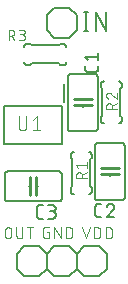
<source format=gbr>
G04 EAGLE Gerber RS-274X export*
G75*
%MOMM*%
%FSLAX34Y34*%
%LPD*%
%INSilkscreen Top*%
%IPPOS*%
%AMOC8*
5,1,8,0,0,1.08239X$1,22.5*%
G01*
%ADD10C,0.152400*%
%ADD11C,0.076200*%
%ADD12C,0.101600*%
%ADD13C,0.254000*%
%ADD14C,0.127000*%
%ADD15C,0.200000*%


D10*
X83848Y243078D02*
X83848Y226822D01*
X82042Y226822D02*
X85654Y226822D01*
X85654Y243078D02*
X82042Y243078D01*
X92359Y243078D02*
X92359Y226822D01*
X101390Y226822D02*
X92359Y243078D01*
X101390Y243078D02*
X101390Y226822D01*
D11*
X15621Y57968D02*
X15621Y53792D01*
X15621Y57968D02*
X15623Y58069D01*
X15629Y58170D01*
X15639Y58271D01*
X15652Y58371D01*
X15670Y58471D01*
X15691Y58570D01*
X15717Y58668D01*
X15746Y58765D01*
X15778Y58861D01*
X15815Y58955D01*
X15855Y59048D01*
X15899Y59140D01*
X15946Y59229D01*
X15997Y59317D01*
X16051Y59403D01*
X16108Y59486D01*
X16168Y59568D01*
X16232Y59646D01*
X16298Y59723D01*
X16368Y59796D01*
X16440Y59867D01*
X16515Y59935D01*
X16593Y60000D01*
X16673Y60062D01*
X16755Y60121D01*
X16840Y60177D01*
X16927Y60229D01*
X17015Y60278D01*
X17106Y60324D01*
X17198Y60365D01*
X17292Y60404D01*
X17387Y60438D01*
X17483Y60469D01*
X17581Y60496D01*
X17679Y60520D01*
X17779Y60539D01*
X17879Y60555D01*
X17979Y60567D01*
X18080Y60575D01*
X18181Y60579D01*
X18283Y60579D01*
X18384Y60575D01*
X18485Y60567D01*
X18585Y60555D01*
X18685Y60539D01*
X18785Y60520D01*
X18883Y60496D01*
X18981Y60469D01*
X19077Y60438D01*
X19172Y60404D01*
X19266Y60365D01*
X19358Y60324D01*
X19449Y60278D01*
X19538Y60229D01*
X19624Y60177D01*
X19709Y60121D01*
X19791Y60062D01*
X19871Y60000D01*
X19949Y59935D01*
X20024Y59867D01*
X20096Y59796D01*
X20166Y59723D01*
X20232Y59646D01*
X20296Y59568D01*
X20356Y59486D01*
X20413Y59403D01*
X20467Y59317D01*
X20518Y59229D01*
X20565Y59140D01*
X20609Y59048D01*
X20649Y58955D01*
X20686Y58861D01*
X20718Y58765D01*
X20747Y58668D01*
X20773Y58570D01*
X20794Y58471D01*
X20812Y58371D01*
X20825Y58271D01*
X20835Y58170D01*
X20841Y58069D01*
X20843Y57968D01*
X20842Y57968D02*
X20842Y53792D01*
X20843Y53792D02*
X20841Y53691D01*
X20835Y53590D01*
X20825Y53489D01*
X20812Y53389D01*
X20794Y53289D01*
X20773Y53190D01*
X20747Y53092D01*
X20718Y52995D01*
X20686Y52899D01*
X20649Y52805D01*
X20609Y52712D01*
X20565Y52620D01*
X20518Y52531D01*
X20467Y52443D01*
X20413Y52357D01*
X20356Y52274D01*
X20296Y52192D01*
X20232Y52114D01*
X20166Y52037D01*
X20096Y51964D01*
X20024Y51893D01*
X19949Y51825D01*
X19871Y51760D01*
X19791Y51698D01*
X19709Y51639D01*
X19624Y51583D01*
X19537Y51531D01*
X19449Y51482D01*
X19358Y51436D01*
X19266Y51395D01*
X19172Y51356D01*
X19077Y51322D01*
X18981Y51291D01*
X18883Y51264D01*
X18785Y51240D01*
X18685Y51221D01*
X18585Y51205D01*
X18485Y51193D01*
X18384Y51185D01*
X18283Y51181D01*
X18181Y51181D01*
X18080Y51185D01*
X17979Y51193D01*
X17879Y51205D01*
X17779Y51221D01*
X17679Y51240D01*
X17581Y51264D01*
X17483Y51291D01*
X17387Y51322D01*
X17292Y51356D01*
X17198Y51395D01*
X17106Y51436D01*
X17015Y51482D01*
X16926Y51531D01*
X16840Y51583D01*
X16755Y51639D01*
X16673Y51698D01*
X16593Y51760D01*
X16515Y51825D01*
X16440Y51893D01*
X16368Y51964D01*
X16298Y52037D01*
X16232Y52114D01*
X16168Y52192D01*
X16108Y52274D01*
X16051Y52357D01*
X15997Y52443D01*
X15946Y52531D01*
X15899Y52620D01*
X15855Y52712D01*
X15815Y52805D01*
X15778Y52899D01*
X15746Y52995D01*
X15717Y53092D01*
X15691Y53190D01*
X15670Y53289D01*
X15652Y53389D01*
X15639Y53489D01*
X15629Y53590D01*
X15623Y53691D01*
X15621Y53792D01*
X25070Y53792D02*
X25070Y60579D01*
X25069Y53792D02*
X25071Y53691D01*
X25077Y53590D01*
X25087Y53489D01*
X25100Y53389D01*
X25118Y53289D01*
X25139Y53190D01*
X25165Y53092D01*
X25194Y52995D01*
X25226Y52899D01*
X25263Y52805D01*
X25303Y52712D01*
X25347Y52620D01*
X25394Y52531D01*
X25445Y52443D01*
X25499Y52357D01*
X25556Y52274D01*
X25616Y52192D01*
X25680Y52114D01*
X25746Y52037D01*
X25816Y51964D01*
X25888Y51893D01*
X25963Y51825D01*
X26041Y51760D01*
X26121Y51698D01*
X26203Y51639D01*
X26288Y51583D01*
X26374Y51531D01*
X26463Y51482D01*
X26554Y51436D01*
X26646Y51395D01*
X26740Y51356D01*
X26835Y51322D01*
X26931Y51291D01*
X27029Y51264D01*
X27127Y51240D01*
X27227Y51221D01*
X27327Y51205D01*
X27427Y51193D01*
X27528Y51185D01*
X27629Y51181D01*
X27731Y51181D01*
X27832Y51185D01*
X27933Y51193D01*
X28033Y51205D01*
X28133Y51221D01*
X28233Y51240D01*
X28331Y51264D01*
X28429Y51291D01*
X28525Y51322D01*
X28620Y51356D01*
X28714Y51395D01*
X28806Y51436D01*
X28897Y51482D01*
X28985Y51531D01*
X29072Y51583D01*
X29157Y51639D01*
X29239Y51698D01*
X29319Y51760D01*
X29397Y51825D01*
X29472Y51893D01*
X29544Y51964D01*
X29614Y52037D01*
X29680Y52114D01*
X29744Y52192D01*
X29804Y52274D01*
X29861Y52357D01*
X29915Y52443D01*
X29966Y52531D01*
X30013Y52620D01*
X30057Y52712D01*
X30097Y52805D01*
X30134Y52899D01*
X30166Y52995D01*
X30195Y53092D01*
X30221Y53190D01*
X30242Y53289D01*
X30260Y53389D01*
X30273Y53489D01*
X30283Y53590D01*
X30289Y53691D01*
X30291Y53792D01*
X30291Y60579D01*
X36520Y60579D02*
X36520Y51181D01*
X33909Y60579D02*
X39130Y60579D01*
X51280Y56402D02*
X52846Y56402D01*
X52846Y51181D01*
X49713Y51181D01*
X49624Y51183D01*
X49536Y51189D01*
X49448Y51198D01*
X49360Y51211D01*
X49273Y51228D01*
X49187Y51248D01*
X49102Y51273D01*
X49017Y51300D01*
X48934Y51332D01*
X48853Y51366D01*
X48773Y51405D01*
X48695Y51446D01*
X48618Y51491D01*
X48544Y51539D01*
X48471Y51590D01*
X48401Y51644D01*
X48334Y51702D01*
X48268Y51762D01*
X48206Y51824D01*
X48146Y51890D01*
X48088Y51957D01*
X48034Y52027D01*
X47983Y52100D01*
X47935Y52174D01*
X47890Y52251D01*
X47849Y52329D01*
X47810Y52409D01*
X47776Y52490D01*
X47744Y52573D01*
X47717Y52658D01*
X47692Y52743D01*
X47672Y52829D01*
X47655Y52916D01*
X47642Y53004D01*
X47633Y53092D01*
X47627Y53180D01*
X47625Y53269D01*
X47625Y58491D01*
X47627Y58582D01*
X47633Y58673D01*
X47643Y58764D01*
X47657Y58854D01*
X47674Y58943D01*
X47696Y59031D01*
X47722Y59119D01*
X47751Y59205D01*
X47784Y59290D01*
X47821Y59373D01*
X47861Y59455D01*
X47905Y59535D01*
X47952Y59613D01*
X48003Y59689D01*
X48056Y59762D01*
X48113Y59833D01*
X48174Y59902D01*
X48237Y59967D01*
X48302Y60030D01*
X48371Y60090D01*
X48442Y60148D01*
X48515Y60201D01*
X48591Y60252D01*
X48669Y60299D01*
X48749Y60343D01*
X48831Y60383D01*
X48914Y60420D01*
X48999Y60453D01*
X49085Y60482D01*
X49173Y60508D01*
X49261Y60530D01*
X49350Y60547D01*
X49440Y60561D01*
X49531Y60571D01*
X49622Y60577D01*
X49713Y60579D01*
X52846Y60579D01*
X57379Y60579D02*
X57379Y51181D01*
X62600Y51181D02*
X57379Y60579D01*
X62600Y60579D02*
X62600Y51181D01*
X67132Y51181D02*
X67132Y60579D01*
X69743Y60579D01*
X69843Y60577D01*
X69943Y60571D01*
X70042Y60562D01*
X70142Y60548D01*
X70240Y60531D01*
X70338Y60510D01*
X70435Y60486D01*
X70531Y60457D01*
X70626Y60425D01*
X70719Y60390D01*
X70811Y60351D01*
X70902Y60308D01*
X70990Y60262D01*
X71077Y60212D01*
X71162Y60160D01*
X71245Y60104D01*
X71326Y60045D01*
X71404Y59982D01*
X71480Y59917D01*
X71554Y59849D01*
X71624Y59779D01*
X71692Y59705D01*
X71757Y59629D01*
X71820Y59551D01*
X71879Y59470D01*
X71935Y59387D01*
X71987Y59302D01*
X72037Y59215D01*
X72083Y59127D01*
X72126Y59036D01*
X72165Y58944D01*
X72200Y58851D01*
X72232Y58756D01*
X72261Y58660D01*
X72285Y58563D01*
X72306Y58465D01*
X72323Y58367D01*
X72337Y58267D01*
X72346Y58168D01*
X72352Y58068D01*
X72354Y57968D01*
X72353Y57968D02*
X72353Y53792D01*
X72354Y53792D02*
X72352Y53692D01*
X72346Y53592D01*
X72337Y53493D01*
X72323Y53393D01*
X72306Y53295D01*
X72285Y53197D01*
X72261Y53100D01*
X72232Y53004D01*
X72200Y52909D01*
X72165Y52816D01*
X72126Y52724D01*
X72083Y52633D01*
X72037Y52545D01*
X71987Y52458D01*
X71935Y52373D01*
X71879Y52290D01*
X71820Y52209D01*
X71757Y52131D01*
X71692Y52055D01*
X71624Y51981D01*
X71554Y51911D01*
X71480Y51843D01*
X71404Y51778D01*
X71326Y51715D01*
X71245Y51656D01*
X71162Y51600D01*
X71077Y51548D01*
X70990Y51498D01*
X70902Y51452D01*
X70811Y51409D01*
X70719Y51370D01*
X70626Y51335D01*
X70531Y51303D01*
X70435Y51274D01*
X70338Y51250D01*
X70240Y51229D01*
X70142Y51212D01*
X70042Y51198D01*
X69943Y51189D01*
X69843Y51183D01*
X69743Y51181D01*
X67132Y51181D01*
X80936Y60579D02*
X84068Y51181D01*
X87201Y60579D01*
X90906Y60579D02*
X90906Y51181D01*
X90906Y60579D02*
X93517Y60579D01*
X93617Y60577D01*
X93717Y60571D01*
X93816Y60562D01*
X93916Y60548D01*
X94014Y60531D01*
X94112Y60510D01*
X94209Y60486D01*
X94305Y60457D01*
X94400Y60425D01*
X94493Y60390D01*
X94585Y60351D01*
X94676Y60308D01*
X94764Y60262D01*
X94851Y60212D01*
X94936Y60160D01*
X95019Y60104D01*
X95100Y60045D01*
X95178Y59982D01*
X95254Y59917D01*
X95328Y59849D01*
X95398Y59779D01*
X95466Y59705D01*
X95531Y59629D01*
X95594Y59551D01*
X95653Y59470D01*
X95709Y59387D01*
X95761Y59302D01*
X95811Y59215D01*
X95857Y59127D01*
X95900Y59036D01*
X95939Y58944D01*
X95974Y58851D01*
X96006Y58756D01*
X96035Y58660D01*
X96059Y58563D01*
X96080Y58465D01*
X96097Y58367D01*
X96111Y58267D01*
X96120Y58168D01*
X96126Y58068D01*
X96128Y57968D01*
X96127Y57968D02*
X96127Y53792D01*
X96128Y53792D02*
X96126Y53692D01*
X96120Y53592D01*
X96111Y53493D01*
X96097Y53393D01*
X96080Y53295D01*
X96059Y53197D01*
X96035Y53100D01*
X96006Y53004D01*
X95974Y52909D01*
X95939Y52816D01*
X95900Y52724D01*
X95857Y52633D01*
X95811Y52545D01*
X95761Y52458D01*
X95709Y52373D01*
X95653Y52290D01*
X95594Y52209D01*
X95531Y52131D01*
X95466Y52055D01*
X95398Y51981D01*
X95328Y51911D01*
X95254Y51843D01*
X95178Y51778D01*
X95100Y51715D01*
X95019Y51656D01*
X94936Y51600D01*
X94851Y51548D01*
X94764Y51498D01*
X94676Y51452D01*
X94585Y51409D01*
X94493Y51370D01*
X94400Y51335D01*
X94305Y51303D01*
X94209Y51274D01*
X94112Y51250D01*
X94014Y51229D01*
X93916Y51212D01*
X93816Y51198D01*
X93717Y51189D01*
X93617Y51183D01*
X93517Y51181D01*
X90906Y51181D01*
X100660Y51181D02*
X100660Y60579D01*
X103271Y60579D01*
X103371Y60577D01*
X103471Y60571D01*
X103570Y60562D01*
X103670Y60548D01*
X103768Y60531D01*
X103866Y60510D01*
X103963Y60486D01*
X104059Y60457D01*
X104154Y60425D01*
X104247Y60390D01*
X104339Y60351D01*
X104430Y60308D01*
X104518Y60262D01*
X104605Y60212D01*
X104690Y60160D01*
X104773Y60104D01*
X104854Y60045D01*
X104932Y59982D01*
X105008Y59917D01*
X105082Y59849D01*
X105152Y59779D01*
X105220Y59705D01*
X105285Y59629D01*
X105348Y59551D01*
X105407Y59470D01*
X105463Y59387D01*
X105515Y59302D01*
X105565Y59215D01*
X105611Y59127D01*
X105654Y59036D01*
X105693Y58944D01*
X105728Y58851D01*
X105760Y58756D01*
X105789Y58660D01*
X105813Y58563D01*
X105834Y58465D01*
X105851Y58367D01*
X105865Y58267D01*
X105874Y58168D01*
X105880Y58068D01*
X105882Y57968D01*
X105881Y57968D02*
X105881Y53792D01*
X105882Y53792D02*
X105880Y53692D01*
X105874Y53592D01*
X105865Y53493D01*
X105851Y53393D01*
X105834Y53295D01*
X105813Y53197D01*
X105789Y53100D01*
X105760Y53004D01*
X105728Y52909D01*
X105693Y52816D01*
X105654Y52724D01*
X105611Y52633D01*
X105565Y52545D01*
X105515Y52458D01*
X105463Y52373D01*
X105407Y52290D01*
X105348Y52209D01*
X105285Y52131D01*
X105220Y52055D01*
X105152Y51981D01*
X105082Y51911D01*
X105008Y51843D01*
X104932Y51778D01*
X104854Y51715D01*
X104773Y51656D01*
X104690Y51600D01*
X104605Y51548D01*
X104518Y51498D01*
X104430Y51452D01*
X104339Y51409D01*
X104247Y51370D01*
X104154Y51335D01*
X104059Y51303D01*
X103963Y51274D01*
X103866Y51250D01*
X103768Y51229D01*
X103670Y51212D01*
X103570Y51198D01*
X103471Y51189D01*
X103371Y51183D01*
X103271Y51181D01*
X100660Y51181D01*
D10*
X73660Y88900D02*
X73560Y88902D01*
X73461Y88908D01*
X73361Y88918D01*
X73263Y88931D01*
X73164Y88949D01*
X73067Y88970D01*
X72971Y88995D01*
X72875Y89024D01*
X72781Y89057D01*
X72688Y89093D01*
X72597Y89133D01*
X72507Y89177D01*
X72419Y89224D01*
X72333Y89274D01*
X72249Y89328D01*
X72167Y89385D01*
X72088Y89445D01*
X72010Y89509D01*
X71936Y89575D01*
X71864Y89644D01*
X71795Y89716D01*
X71729Y89790D01*
X71665Y89868D01*
X71605Y89947D01*
X71548Y90029D01*
X71494Y90113D01*
X71444Y90199D01*
X71397Y90287D01*
X71353Y90377D01*
X71313Y90468D01*
X71277Y90561D01*
X71244Y90655D01*
X71215Y90751D01*
X71190Y90847D01*
X71169Y90944D01*
X71151Y91043D01*
X71138Y91141D01*
X71128Y91241D01*
X71122Y91340D01*
X71120Y91440D01*
X86360Y88900D02*
X86460Y88902D01*
X86559Y88908D01*
X86659Y88918D01*
X86757Y88931D01*
X86856Y88949D01*
X86953Y88970D01*
X87049Y88995D01*
X87145Y89024D01*
X87239Y89057D01*
X87332Y89093D01*
X87423Y89133D01*
X87513Y89177D01*
X87601Y89224D01*
X87687Y89274D01*
X87771Y89328D01*
X87853Y89385D01*
X87932Y89445D01*
X88010Y89509D01*
X88084Y89575D01*
X88156Y89644D01*
X88225Y89716D01*
X88291Y89790D01*
X88355Y89868D01*
X88415Y89947D01*
X88472Y90029D01*
X88526Y90113D01*
X88576Y90199D01*
X88623Y90287D01*
X88667Y90377D01*
X88707Y90468D01*
X88743Y90561D01*
X88776Y90655D01*
X88805Y90751D01*
X88830Y90847D01*
X88851Y90944D01*
X88869Y91043D01*
X88882Y91141D01*
X88892Y91241D01*
X88898Y91340D01*
X88900Y91440D01*
X88900Y121920D02*
X88898Y122020D01*
X88892Y122119D01*
X88882Y122219D01*
X88869Y122317D01*
X88851Y122416D01*
X88830Y122513D01*
X88805Y122609D01*
X88776Y122705D01*
X88743Y122799D01*
X88707Y122892D01*
X88667Y122983D01*
X88623Y123073D01*
X88576Y123161D01*
X88526Y123247D01*
X88472Y123331D01*
X88415Y123413D01*
X88355Y123492D01*
X88291Y123570D01*
X88225Y123644D01*
X88156Y123716D01*
X88084Y123785D01*
X88010Y123851D01*
X87932Y123915D01*
X87853Y123975D01*
X87771Y124032D01*
X87687Y124086D01*
X87601Y124136D01*
X87513Y124183D01*
X87423Y124227D01*
X87332Y124267D01*
X87239Y124303D01*
X87145Y124336D01*
X87049Y124365D01*
X86953Y124390D01*
X86856Y124411D01*
X86757Y124429D01*
X86659Y124442D01*
X86559Y124452D01*
X86460Y124458D01*
X86360Y124460D01*
X73660Y124460D02*
X73560Y124458D01*
X73461Y124452D01*
X73361Y124442D01*
X73263Y124429D01*
X73164Y124411D01*
X73067Y124390D01*
X72971Y124365D01*
X72875Y124336D01*
X72781Y124303D01*
X72688Y124267D01*
X72597Y124227D01*
X72507Y124183D01*
X72419Y124136D01*
X72333Y124086D01*
X72249Y124032D01*
X72167Y123975D01*
X72088Y123915D01*
X72010Y123851D01*
X71936Y123785D01*
X71864Y123716D01*
X71795Y123644D01*
X71729Y123570D01*
X71665Y123492D01*
X71605Y123413D01*
X71548Y123331D01*
X71494Y123247D01*
X71444Y123161D01*
X71397Y123073D01*
X71353Y122983D01*
X71313Y122892D01*
X71277Y122799D01*
X71244Y122705D01*
X71215Y122609D01*
X71190Y122513D01*
X71169Y122416D01*
X71151Y122317D01*
X71138Y122219D01*
X71128Y122119D01*
X71122Y122020D01*
X71120Y121920D01*
X71120Y93980D02*
X71120Y91440D01*
X71120Y93980D02*
X72390Y95250D01*
X88900Y93980D02*
X88900Y91440D01*
X88900Y93980D02*
X87630Y95250D01*
X72390Y118110D02*
X71120Y119380D01*
X72390Y118110D02*
X72390Y95250D01*
X87630Y118110D02*
X88900Y119380D01*
X87630Y118110D02*
X87630Y95250D01*
X71120Y119380D02*
X71120Y121920D01*
X88900Y121920D02*
X88900Y119380D01*
D12*
X84582Y102289D02*
X75692Y102289D01*
X75692Y104759D01*
X75694Y104857D01*
X75700Y104955D01*
X75710Y105053D01*
X75723Y105150D01*
X75741Y105247D01*
X75762Y105343D01*
X75787Y105437D01*
X75816Y105531D01*
X75848Y105624D01*
X75885Y105715D01*
X75924Y105805D01*
X75968Y105893D01*
X76015Y105979D01*
X76065Y106064D01*
X76118Y106146D01*
X76175Y106226D01*
X76235Y106304D01*
X76298Y106379D01*
X76364Y106452D01*
X76433Y106522D01*
X76504Y106589D01*
X76578Y106654D01*
X76655Y106715D01*
X76734Y106774D01*
X76815Y106829D01*
X76898Y106881D01*
X76984Y106929D01*
X77071Y106974D01*
X77160Y107016D01*
X77250Y107054D01*
X77342Y107088D01*
X77435Y107119D01*
X77530Y107146D01*
X77625Y107169D01*
X77722Y107189D01*
X77818Y107204D01*
X77916Y107216D01*
X78014Y107224D01*
X78112Y107228D01*
X78210Y107228D01*
X78308Y107224D01*
X78406Y107216D01*
X78504Y107204D01*
X78600Y107189D01*
X78697Y107169D01*
X78792Y107146D01*
X78887Y107119D01*
X78980Y107088D01*
X79072Y107054D01*
X79162Y107016D01*
X79251Y106974D01*
X79338Y106929D01*
X79424Y106881D01*
X79507Y106829D01*
X79588Y106774D01*
X79667Y106715D01*
X79744Y106654D01*
X79818Y106589D01*
X79889Y106522D01*
X79958Y106452D01*
X80024Y106379D01*
X80087Y106304D01*
X80147Y106226D01*
X80204Y106146D01*
X80257Y106064D01*
X80307Y105979D01*
X80354Y105893D01*
X80398Y105805D01*
X80437Y105715D01*
X80474Y105624D01*
X80506Y105531D01*
X80535Y105437D01*
X80560Y105343D01*
X80581Y105247D01*
X80599Y105150D01*
X80612Y105053D01*
X80622Y104955D01*
X80628Y104857D01*
X80630Y104759D01*
X80631Y104759D02*
X80631Y102289D01*
X80631Y105253D02*
X84582Y107228D01*
X77668Y111139D02*
X75692Y113609D01*
X84582Y113609D01*
X84582Y116078D02*
X84582Y111139D01*
D10*
X114300Y181610D02*
X114298Y181710D01*
X114292Y181809D01*
X114282Y181909D01*
X114269Y182007D01*
X114251Y182106D01*
X114230Y182203D01*
X114205Y182299D01*
X114176Y182395D01*
X114143Y182489D01*
X114107Y182582D01*
X114067Y182673D01*
X114023Y182763D01*
X113976Y182851D01*
X113926Y182937D01*
X113872Y183021D01*
X113815Y183103D01*
X113755Y183182D01*
X113691Y183260D01*
X113625Y183334D01*
X113556Y183406D01*
X113484Y183475D01*
X113410Y183541D01*
X113332Y183605D01*
X113253Y183665D01*
X113171Y183722D01*
X113087Y183776D01*
X113001Y183826D01*
X112913Y183873D01*
X112823Y183917D01*
X112732Y183957D01*
X112639Y183993D01*
X112545Y184026D01*
X112449Y184055D01*
X112353Y184080D01*
X112256Y184101D01*
X112157Y184119D01*
X112059Y184132D01*
X111959Y184142D01*
X111860Y184148D01*
X111760Y184150D01*
X99060Y184150D02*
X98960Y184148D01*
X98861Y184142D01*
X98761Y184132D01*
X98663Y184119D01*
X98564Y184101D01*
X98467Y184080D01*
X98371Y184055D01*
X98275Y184026D01*
X98181Y183993D01*
X98088Y183957D01*
X97997Y183917D01*
X97907Y183873D01*
X97819Y183826D01*
X97733Y183776D01*
X97649Y183722D01*
X97567Y183665D01*
X97488Y183605D01*
X97410Y183541D01*
X97336Y183475D01*
X97264Y183406D01*
X97195Y183334D01*
X97129Y183260D01*
X97065Y183182D01*
X97005Y183103D01*
X96948Y183021D01*
X96894Y182937D01*
X96844Y182851D01*
X96797Y182763D01*
X96753Y182673D01*
X96713Y182582D01*
X96677Y182489D01*
X96644Y182395D01*
X96615Y182299D01*
X96590Y182203D01*
X96569Y182106D01*
X96551Y182007D01*
X96538Y181909D01*
X96528Y181809D01*
X96522Y181710D01*
X96520Y181610D01*
X96520Y151130D02*
X96522Y151030D01*
X96528Y150931D01*
X96538Y150831D01*
X96551Y150733D01*
X96569Y150634D01*
X96590Y150537D01*
X96615Y150441D01*
X96644Y150345D01*
X96677Y150251D01*
X96713Y150158D01*
X96753Y150067D01*
X96797Y149977D01*
X96844Y149889D01*
X96894Y149803D01*
X96948Y149719D01*
X97005Y149637D01*
X97065Y149558D01*
X97129Y149480D01*
X97195Y149406D01*
X97264Y149334D01*
X97336Y149265D01*
X97410Y149199D01*
X97488Y149135D01*
X97567Y149075D01*
X97649Y149018D01*
X97733Y148964D01*
X97819Y148914D01*
X97907Y148867D01*
X97997Y148823D01*
X98088Y148783D01*
X98181Y148747D01*
X98275Y148714D01*
X98371Y148685D01*
X98467Y148660D01*
X98564Y148639D01*
X98663Y148621D01*
X98761Y148608D01*
X98861Y148598D01*
X98960Y148592D01*
X99060Y148590D01*
X111760Y148590D02*
X111860Y148592D01*
X111959Y148598D01*
X112059Y148608D01*
X112157Y148621D01*
X112256Y148639D01*
X112353Y148660D01*
X112449Y148685D01*
X112545Y148714D01*
X112639Y148747D01*
X112732Y148783D01*
X112823Y148823D01*
X112913Y148867D01*
X113001Y148914D01*
X113087Y148964D01*
X113171Y149018D01*
X113253Y149075D01*
X113332Y149135D01*
X113410Y149199D01*
X113484Y149265D01*
X113556Y149334D01*
X113625Y149406D01*
X113691Y149480D01*
X113755Y149558D01*
X113815Y149637D01*
X113872Y149719D01*
X113926Y149803D01*
X113976Y149889D01*
X114023Y149977D01*
X114067Y150067D01*
X114107Y150158D01*
X114143Y150251D01*
X114176Y150345D01*
X114205Y150441D01*
X114230Y150537D01*
X114251Y150634D01*
X114269Y150733D01*
X114282Y150831D01*
X114292Y150931D01*
X114298Y151030D01*
X114300Y151130D01*
X114300Y179070D02*
X114300Y181610D01*
X114300Y179070D02*
X113030Y177800D01*
X96520Y179070D02*
X96520Y181610D01*
X96520Y179070D02*
X97790Y177800D01*
X113030Y154940D02*
X114300Y153670D01*
X113030Y154940D02*
X113030Y177800D01*
X97790Y154940D02*
X96520Y153670D01*
X97790Y154940D02*
X97790Y177800D01*
X114300Y153670D02*
X114300Y151130D01*
X96520Y151130D02*
X96520Y153670D01*
D12*
X101092Y160709D02*
X109982Y160709D01*
X101092Y160709D02*
X101092Y163179D01*
X101094Y163277D01*
X101100Y163375D01*
X101110Y163473D01*
X101123Y163570D01*
X101141Y163667D01*
X101162Y163763D01*
X101187Y163857D01*
X101216Y163951D01*
X101248Y164044D01*
X101285Y164135D01*
X101324Y164225D01*
X101368Y164313D01*
X101415Y164399D01*
X101465Y164484D01*
X101518Y164566D01*
X101575Y164646D01*
X101635Y164724D01*
X101698Y164799D01*
X101764Y164872D01*
X101833Y164942D01*
X101904Y165009D01*
X101978Y165074D01*
X102055Y165135D01*
X102134Y165194D01*
X102215Y165249D01*
X102298Y165301D01*
X102384Y165349D01*
X102471Y165394D01*
X102560Y165436D01*
X102650Y165474D01*
X102742Y165508D01*
X102835Y165539D01*
X102930Y165566D01*
X103025Y165589D01*
X103122Y165609D01*
X103218Y165624D01*
X103316Y165636D01*
X103414Y165644D01*
X103512Y165648D01*
X103610Y165648D01*
X103708Y165644D01*
X103806Y165636D01*
X103904Y165624D01*
X104000Y165609D01*
X104097Y165589D01*
X104192Y165566D01*
X104287Y165539D01*
X104380Y165508D01*
X104472Y165474D01*
X104562Y165436D01*
X104651Y165394D01*
X104738Y165349D01*
X104824Y165301D01*
X104907Y165249D01*
X104988Y165194D01*
X105067Y165135D01*
X105144Y165074D01*
X105218Y165009D01*
X105289Y164942D01*
X105358Y164872D01*
X105424Y164799D01*
X105487Y164724D01*
X105547Y164646D01*
X105604Y164566D01*
X105657Y164484D01*
X105707Y164399D01*
X105754Y164313D01*
X105798Y164225D01*
X105837Y164135D01*
X105874Y164044D01*
X105906Y163951D01*
X105935Y163857D01*
X105960Y163763D01*
X105981Y163667D01*
X105999Y163570D01*
X106012Y163473D01*
X106022Y163375D01*
X106028Y163277D01*
X106030Y163179D01*
X106031Y163179D02*
X106031Y160709D01*
X106031Y163673D02*
X109982Y165648D01*
X103315Y174499D02*
X103223Y174497D01*
X103131Y174491D01*
X103040Y174482D01*
X102949Y174469D01*
X102859Y174452D01*
X102769Y174431D01*
X102681Y174407D01*
X102593Y174379D01*
X102507Y174347D01*
X102422Y174312D01*
X102339Y174273D01*
X102257Y174231D01*
X102177Y174186D01*
X102099Y174137D01*
X102023Y174085D01*
X101950Y174030D01*
X101878Y173972D01*
X101809Y173912D01*
X101743Y173848D01*
X101679Y173782D01*
X101619Y173713D01*
X101561Y173641D01*
X101506Y173568D01*
X101454Y173492D01*
X101405Y173414D01*
X101360Y173334D01*
X101318Y173252D01*
X101279Y173169D01*
X101244Y173084D01*
X101212Y172998D01*
X101184Y172910D01*
X101160Y172822D01*
X101139Y172732D01*
X101122Y172642D01*
X101109Y172551D01*
X101100Y172460D01*
X101094Y172368D01*
X101092Y172276D01*
X101094Y172170D01*
X101100Y172065D01*
X101110Y171960D01*
X101123Y171855D01*
X101141Y171751D01*
X101162Y171648D01*
X101187Y171545D01*
X101216Y171443D01*
X101249Y171343D01*
X101285Y171244D01*
X101325Y171146D01*
X101369Y171050D01*
X101416Y170955D01*
X101466Y170863D01*
X101520Y170772D01*
X101578Y170683D01*
X101638Y170597D01*
X101702Y170513D01*
X101768Y170431D01*
X101838Y170351D01*
X101911Y170275D01*
X101986Y170201D01*
X102064Y170130D01*
X102145Y170062D01*
X102228Y169996D01*
X102314Y169934D01*
X102401Y169876D01*
X102491Y169820D01*
X102583Y169768D01*
X102677Y169719D01*
X102772Y169674D01*
X102869Y169632D01*
X102968Y169594D01*
X103067Y169560D01*
X105044Y173757D02*
X104975Y173826D01*
X104905Y173892D01*
X104831Y173955D01*
X104755Y174014D01*
X104677Y174071D01*
X104597Y174125D01*
X104514Y174175D01*
X104430Y174222D01*
X104343Y174265D01*
X104255Y174305D01*
X104166Y174341D01*
X104075Y174374D01*
X103983Y174403D01*
X103889Y174428D01*
X103795Y174449D01*
X103700Y174467D01*
X103604Y174480D01*
X103508Y174490D01*
X103412Y174496D01*
X103315Y174498D01*
X105043Y173757D02*
X109982Y169559D01*
X109982Y174498D01*
D10*
X34290Y215900D02*
X34190Y215898D01*
X34091Y215892D01*
X33991Y215882D01*
X33893Y215869D01*
X33794Y215851D01*
X33697Y215830D01*
X33601Y215805D01*
X33505Y215776D01*
X33411Y215743D01*
X33318Y215707D01*
X33227Y215667D01*
X33137Y215623D01*
X33049Y215576D01*
X32963Y215526D01*
X32879Y215472D01*
X32797Y215415D01*
X32718Y215355D01*
X32640Y215291D01*
X32566Y215225D01*
X32494Y215156D01*
X32425Y215084D01*
X32359Y215010D01*
X32295Y214932D01*
X32235Y214853D01*
X32178Y214771D01*
X32124Y214687D01*
X32074Y214601D01*
X32027Y214513D01*
X31983Y214423D01*
X31943Y214332D01*
X31907Y214239D01*
X31874Y214145D01*
X31845Y214049D01*
X31820Y213953D01*
X31799Y213856D01*
X31781Y213757D01*
X31768Y213659D01*
X31758Y213559D01*
X31752Y213460D01*
X31750Y213360D01*
X31750Y200660D02*
X31752Y200560D01*
X31758Y200461D01*
X31768Y200361D01*
X31781Y200263D01*
X31799Y200164D01*
X31820Y200067D01*
X31845Y199971D01*
X31874Y199875D01*
X31907Y199781D01*
X31943Y199688D01*
X31983Y199597D01*
X32027Y199507D01*
X32074Y199419D01*
X32124Y199333D01*
X32178Y199249D01*
X32235Y199167D01*
X32295Y199088D01*
X32359Y199010D01*
X32425Y198936D01*
X32494Y198864D01*
X32566Y198795D01*
X32640Y198729D01*
X32718Y198665D01*
X32797Y198605D01*
X32879Y198548D01*
X32963Y198494D01*
X33049Y198444D01*
X33137Y198397D01*
X33227Y198353D01*
X33318Y198313D01*
X33411Y198277D01*
X33505Y198244D01*
X33601Y198215D01*
X33697Y198190D01*
X33794Y198169D01*
X33893Y198151D01*
X33991Y198138D01*
X34091Y198128D01*
X34190Y198122D01*
X34290Y198120D01*
X64770Y198120D02*
X64870Y198122D01*
X64969Y198128D01*
X65069Y198138D01*
X65167Y198151D01*
X65266Y198169D01*
X65363Y198190D01*
X65459Y198215D01*
X65555Y198244D01*
X65649Y198277D01*
X65742Y198313D01*
X65833Y198353D01*
X65923Y198397D01*
X66011Y198444D01*
X66097Y198494D01*
X66181Y198548D01*
X66263Y198605D01*
X66342Y198665D01*
X66420Y198729D01*
X66494Y198795D01*
X66566Y198864D01*
X66635Y198936D01*
X66701Y199010D01*
X66765Y199088D01*
X66825Y199167D01*
X66882Y199249D01*
X66936Y199333D01*
X66986Y199419D01*
X67033Y199507D01*
X67077Y199597D01*
X67117Y199688D01*
X67153Y199781D01*
X67186Y199875D01*
X67215Y199971D01*
X67240Y200067D01*
X67261Y200164D01*
X67279Y200263D01*
X67292Y200361D01*
X67302Y200461D01*
X67308Y200560D01*
X67310Y200660D01*
X67310Y213360D02*
X67308Y213460D01*
X67302Y213559D01*
X67292Y213659D01*
X67279Y213757D01*
X67261Y213856D01*
X67240Y213953D01*
X67215Y214049D01*
X67186Y214145D01*
X67153Y214239D01*
X67117Y214332D01*
X67077Y214423D01*
X67033Y214513D01*
X66986Y214601D01*
X66936Y214687D01*
X66882Y214771D01*
X66825Y214853D01*
X66765Y214932D01*
X66701Y215010D01*
X66635Y215084D01*
X66566Y215156D01*
X66494Y215225D01*
X66420Y215291D01*
X66342Y215355D01*
X66263Y215415D01*
X66181Y215472D01*
X66097Y215526D01*
X66011Y215576D01*
X65923Y215623D01*
X65833Y215667D01*
X65742Y215707D01*
X65649Y215743D01*
X65555Y215776D01*
X65459Y215805D01*
X65363Y215830D01*
X65266Y215851D01*
X65167Y215869D01*
X65069Y215882D01*
X64969Y215892D01*
X64870Y215898D01*
X64770Y215900D01*
X36830Y215900D02*
X34290Y215900D01*
X36830Y215900D02*
X38100Y214630D01*
X36830Y198120D02*
X34290Y198120D01*
X36830Y198120D02*
X38100Y199390D01*
X60960Y214630D02*
X62230Y215900D01*
X60960Y214630D02*
X38100Y214630D01*
X60960Y199390D02*
X62230Y198120D01*
X60960Y199390D02*
X38100Y199390D01*
X62230Y215900D02*
X64770Y215900D01*
X64770Y198120D02*
X62230Y198120D01*
D12*
X18469Y218948D02*
X18469Y227838D01*
X20939Y227838D01*
X21037Y227836D01*
X21135Y227830D01*
X21233Y227820D01*
X21330Y227807D01*
X21427Y227789D01*
X21523Y227768D01*
X21617Y227743D01*
X21711Y227714D01*
X21804Y227682D01*
X21895Y227645D01*
X21985Y227606D01*
X22073Y227562D01*
X22159Y227515D01*
X22244Y227465D01*
X22326Y227412D01*
X22406Y227355D01*
X22484Y227295D01*
X22559Y227232D01*
X22632Y227166D01*
X22702Y227097D01*
X22769Y227026D01*
X22834Y226952D01*
X22895Y226875D01*
X22954Y226796D01*
X23009Y226715D01*
X23061Y226632D01*
X23109Y226546D01*
X23154Y226459D01*
X23196Y226370D01*
X23234Y226280D01*
X23268Y226188D01*
X23299Y226095D01*
X23326Y226000D01*
X23349Y225905D01*
X23369Y225808D01*
X23384Y225712D01*
X23396Y225614D01*
X23404Y225516D01*
X23408Y225418D01*
X23408Y225320D01*
X23404Y225222D01*
X23396Y225124D01*
X23384Y225026D01*
X23369Y224930D01*
X23349Y224833D01*
X23326Y224738D01*
X23299Y224643D01*
X23268Y224550D01*
X23234Y224458D01*
X23196Y224368D01*
X23154Y224279D01*
X23109Y224192D01*
X23061Y224106D01*
X23009Y224023D01*
X22954Y223942D01*
X22895Y223863D01*
X22834Y223786D01*
X22769Y223712D01*
X22702Y223641D01*
X22632Y223572D01*
X22559Y223506D01*
X22484Y223443D01*
X22406Y223383D01*
X22326Y223326D01*
X22244Y223273D01*
X22159Y223223D01*
X22073Y223176D01*
X21985Y223132D01*
X21895Y223093D01*
X21804Y223056D01*
X21711Y223024D01*
X21617Y222995D01*
X21523Y222970D01*
X21427Y222949D01*
X21330Y222931D01*
X21233Y222918D01*
X21135Y222908D01*
X21037Y222902D01*
X20939Y222900D01*
X20939Y222899D02*
X18469Y222899D01*
X21433Y222899D02*
X23408Y218948D01*
X27319Y218948D02*
X29789Y218948D01*
X29887Y218950D01*
X29985Y218956D01*
X30083Y218966D01*
X30180Y218979D01*
X30277Y218997D01*
X30373Y219018D01*
X30467Y219043D01*
X30561Y219072D01*
X30654Y219104D01*
X30745Y219141D01*
X30835Y219180D01*
X30923Y219224D01*
X31009Y219271D01*
X31094Y219321D01*
X31176Y219374D01*
X31256Y219431D01*
X31334Y219491D01*
X31409Y219554D01*
X31482Y219620D01*
X31552Y219689D01*
X31619Y219760D01*
X31684Y219834D01*
X31745Y219911D01*
X31804Y219990D01*
X31859Y220071D01*
X31911Y220154D01*
X31959Y220240D01*
X32004Y220327D01*
X32046Y220416D01*
X32084Y220506D01*
X32118Y220598D01*
X32149Y220691D01*
X32176Y220786D01*
X32199Y220881D01*
X32219Y220978D01*
X32234Y221074D01*
X32246Y221172D01*
X32254Y221270D01*
X32258Y221368D01*
X32258Y221466D01*
X32254Y221564D01*
X32246Y221662D01*
X32234Y221760D01*
X32219Y221856D01*
X32199Y221953D01*
X32176Y222048D01*
X32149Y222143D01*
X32118Y222236D01*
X32084Y222328D01*
X32046Y222418D01*
X32004Y222507D01*
X31959Y222594D01*
X31911Y222680D01*
X31859Y222763D01*
X31804Y222844D01*
X31745Y222923D01*
X31684Y223000D01*
X31619Y223074D01*
X31552Y223145D01*
X31482Y223214D01*
X31409Y223280D01*
X31334Y223343D01*
X31256Y223403D01*
X31176Y223460D01*
X31094Y223513D01*
X31009Y223563D01*
X30923Y223610D01*
X30835Y223654D01*
X30745Y223693D01*
X30654Y223730D01*
X30561Y223762D01*
X30467Y223791D01*
X30373Y223816D01*
X30277Y223837D01*
X30180Y223855D01*
X30083Y223868D01*
X29985Y223878D01*
X29887Y223884D01*
X29789Y223886D01*
X30282Y227838D02*
X27319Y227838D01*
X30282Y227838D02*
X30369Y227836D01*
X30457Y227830D01*
X30544Y227821D01*
X30630Y227807D01*
X30716Y227790D01*
X30800Y227769D01*
X30884Y227744D01*
X30967Y227715D01*
X31048Y227683D01*
X31128Y227648D01*
X31206Y227609D01*
X31283Y227566D01*
X31357Y227520D01*
X31429Y227471D01*
X31499Y227419D01*
X31567Y227363D01*
X31632Y227305D01*
X31695Y227244D01*
X31754Y227180D01*
X31811Y227113D01*
X31865Y227045D01*
X31916Y226973D01*
X31963Y226900D01*
X32008Y226825D01*
X32049Y226747D01*
X32086Y226668D01*
X32120Y226588D01*
X32150Y226506D01*
X32177Y226423D01*
X32200Y226338D01*
X32219Y226253D01*
X32234Y226167D01*
X32246Y226080D01*
X32254Y225993D01*
X32258Y225906D01*
X32258Y225818D01*
X32254Y225731D01*
X32246Y225644D01*
X32234Y225557D01*
X32219Y225471D01*
X32200Y225386D01*
X32177Y225301D01*
X32150Y225218D01*
X32120Y225136D01*
X32086Y225056D01*
X32049Y224977D01*
X32008Y224899D01*
X31963Y224824D01*
X31916Y224751D01*
X31865Y224679D01*
X31811Y224611D01*
X31754Y224544D01*
X31695Y224480D01*
X31632Y224419D01*
X31567Y224361D01*
X31499Y224305D01*
X31429Y224253D01*
X31357Y224204D01*
X31283Y224158D01*
X31206Y224115D01*
X31128Y224076D01*
X31048Y224041D01*
X30967Y224009D01*
X30884Y223980D01*
X30800Y223955D01*
X30716Y223934D01*
X30630Y223917D01*
X30544Y223903D01*
X30457Y223894D01*
X30369Y223888D01*
X30282Y223886D01*
X30282Y223887D02*
X28307Y223887D01*
D10*
X57150Y246380D02*
X69850Y246380D01*
X76200Y240030D01*
X76200Y227330D01*
X69850Y220980D01*
X50800Y227330D02*
X50800Y240030D01*
X57150Y246380D01*
X50800Y227330D02*
X57150Y220980D01*
X69850Y220980D01*
X82550Y19050D02*
X95250Y19050D01*
X82550Y19050D02*
X76200Y25400D01*
X76200Y38100D01*
X82550Y44450D01*
X76200Y25400D02*
X69850Y19050D01*
X57150Y19050D01*
X50800Y25400D01*
X50800Y38100D01*
X57150Y44450D01*
X69850Y44450D01*
X76200Y38100D01*
X101600Y38100D02*
X101600Y25400D01*
X95250Y19050D01*
X101600Y38100D02*
X95250Y44450D01*
X82550Y44450D01*
X50800Y25400D02*
X44450Y19050D01*
X31750Y19050D01*
X25400Y25400D01*
X25400Y38100D01*
X31750Y44450D01*
X44450Y44450D01*
X50800Y38100D01*
X68580Y144780D02*
X68580Y187960D01*
X93980Y187960D02*
X93980Y144780D01*
X91440Y190500D02*
X71120Y190500D01*
X71120Y142240D02*
X91440Y142240D01*
X68580Y187960D02*
X68582Y188060D01*
X68588Y188159D01*
X68598Y188259D01*
X68611Y188357D01*
X68629Y188456D01*
X68650Y188553D01*
X68675Y188649D01*
X68704Y188745D01*
X68737Y188839D01*
X68773Y188932D01*
X68813Y189023D01*
X68857Y189113D01*
X68904Y189201D01*
X68954Y189287D01*
X69008Y189371D01*
X69065Y189453D01*
X69125Y189532D01*
X69189Y189610D01*
X69255Y189684D01*
X69324Y189756D01*
X69396Y189825D01*
X69470Y189891D01*
X69548Y189955D01*
X69627Y190015D01*
X69709Y190072D01*
X69793Y190126D01*
X69879Y190176D01*
X69967Y190223D01*
X70057Y190267D01*
X70148Y190307D01*
X70241Y190343D01*
X70335Y190376D01*
X70431Y190405D01*
X70527Y190430D01*
X70624Y190451D01*
X70723Y190469D01*
X70821Y190482D01*
X70921Y190492D01*
X71020Y190498D01*
X71120Y190500D01*
X68580Y144780D02*
X68582Y144680D01*
X68588Y144581D01*
X68598Y144481D01*
X68611Y144383D01*
X68629Y144284D01*
X68650Y144187D01*
X68675Y144091D01*
X68704Y143995D01*
X68737Y143901D01*
X68773Y143808D01*
X68813Y143717D01*
X68857Y143627D01*
X68904Y143539D01*
X68954Y143453D01*
X69008Y143369D01*
X69065Y143287D01*
X69125Y143208D01*
X69189Y143130D01*
X69255Y143056D01*
X69324Y142984D01*
X69396Y142915D01*
X69470Y142849D01*
X69548Y142785D01*
X69627Y142725D01*
X69709Y142668D01*
X69793Y142614D01*
X69879Y142564D01*
X69967Y142517D01*
X70057Y142473D01*
X70148Y142433D01*
X70241Y142397D01*
X70335Y142364D01*
X70431Y142335D01*
X70527Y142310D01*
X70624Y142289D01*
X70723Y142271D01*
X70821Y142258D01*
X70921Y142248D01*
X71020Y142242D01*
X71120Y142240D01*
X93980Y187960D02*
X93978Y188060D01*
X93972Y188159D01*
X93962Y188259D01*
X93949Y188357D01*
X93931Y188456D01*
X93910Y188553D01*
X93885Y188649D01*
X93856Y188745D01*
X93823Y188839D01*
X93787Y188932D01*
X93747Y189023D01*
X93703Y189113D01*
X93656Y189201D01*
X93606Y189287D01*
X93552Y189371D01*
X93495Y189453D01*
X93435Y189532D01*
X93371Y189610D01*
X93305Y189684D01*
X93236Y189756D01*
X93164Y189825D01*
X93090Y189891D01*
X93012Y189955D01*
X92933Y190015D01*
X92851Y190072D01*
X92767Y190126D01*
X92681Y190176D01*
X92593Y190223D01*
X92503Y190267D01*
X92412Y190307D01*
X92319Y190343D01*
X92225Y190376D01*
X92129Y190405D01*
X92033Y190430D01*
X91936Y190451D01*
X91837Y190469D01*
X91739Y190482D01*
X91639Y190492D01*
X91540Y190498D01*
X91440Y190500D01*
X93980Y144780D02*
X93978Y144680D01*
X93972Y144581D01*
X93962Y144481D01*
X93949Y144383D01*
X93931Y144284D01*
X93910Y144187D01*
X93885Y144091D01*
X93856Y143995D01*
X93823Y143901D01*
X93787Y143808D01*
X93747Y143717D01*
X93703Y143627D01*
X93656Y143539D01*
X93606Y143453D01*
X93552Y143369D01*
X93495Y143287D01*
X93435Y143208D01*
X93371Y143130D01*
X93305Y143056D01*
X93236Y142984D01*
X93164Y142915D01*
X93090Y142849D01*
X93012Y142785D01*
X92933Y142725D01*
X92851Y142668D01*
X92767Y142614D01*
X92681Y142564D01*
X92593Y142517D01*
X92503Y142473D01*
X92412Y142433D01*
X92319Y142397D01*
X92225Y142364D01*
X92129Y142335D01*
X92033Y142310D01*
X91936Y142289D01*
X91837Y142271D01*
X91739Y142258D01*
X91639Y142248D01*
X91540Y142242D01*
X91440Y142240D01*
X81280Y168910D02*
X81280Y170180D01*
D13*
X81280Y168910D02*
X73660Y168910D01*
X81280Y168910D02*
X88900Y168910D01*
X81280Y163830D02*
X73660Y163830D01*
X81280Y163830D02*
X88900Y163830D01*
D10*
X81280Y163830D02*
X81280Y162560D01*
D14*
X94615Y194945D02*
X94615Y197485D01*
X94615Y194945D02*
X94613Y194845D01*
X94607Y194746D01*
X94597Y194646D01*
X94584Y194548D01*
X94566Y194449D01*
X94545Y194352D01*
X94520Y194256D01*
X94491Y194160D01*
X94458Y194066D01*
X94422Y193973D01*
X94382Y193882D01*
X94338Y193792D01*
X94291Y193704D01*
X94241Y193618D01*
X94187Y193534D01*
X94130Y193452D01*
X94070Y193373D01*
X94006Y193295D01*
X93940Y193221D01*
X93871Y193149D01*
X93799Y193080D01*
X93725Y193014D01*
X93647Y192950D01*
X93568Y192890D01*
X93486Y192833D01*
X93402Y192779D01*
X93316Y192729D01*
X93228Y192682D01*
X93138Y192638D01*
X93047Y192598D01*
X92954Y192562D01*
X92860Y192529D01*
X92764Y192500D01*
X92668Y192475D01*
X92571Y192454D01*
X92472Y192436D01*
X92374Y192423D01*
X92274Y192413D01*
X92175Y192407D01*
X92075Y192405D01*
X85725Y192405D01*
X85625Y192407D01*
X85526Y192413D01*
X85426Y192423D01*
X85328Y192436D01*
X85229Y192454D01*
X85132Y192475D01*
X85036Y192500D01*
X84940Y192529D01*
X84846Y192562D01*
X84753Y192598D01*
X84662Y192638D01*
X84572Y192682D01*
X84484Y192729D01*
X84398Y192779D01*
X84314Y192833D01*
X84232Y192890D01*
X84153Y192950D01*
X84075Y193014D01*
X84001Y193080D01*
X83929Y193149D01*
X83860Y193221D01*
X83794Y193295D01*
X83730Y193373D01*
X83670Y193452D01*
X83613Y193534D01*
X83559Y193618D01*
X83509Y193704D01*
X83462Y193792D01*
X83418Y193882D01*
X83378Y193973D01*
X83342Y194066D01*
X83309Y194160D01*
X83280Y194256D01*
X83255Y194352D01*
X83234Y194449D01*
X83216Y194548D01*
X83203Y194646D01*
X83193Y194746D01*
X83187Y194845D01*
X83185Y194945D01*
X83185Y197485D01*
X85725Y201967D02*
X83185Y205142D01*
X94615Y205142D01*
X94615Y201967D02*
X94615Y208317D01*
D10*
X91440Y129540D02*
X91440Y86360D01*
X116840Y86360D02*
X116840Y129540D01*
X114300Y132080D02*
X93980Y132080D01*
X93980Y83820D02*
X114300Y83820D01*
X91440Y129540D02*
X91442Y129640D01*
X91448Y129739D01*
X91458Y129839D01*
X91471Y129937D01*
X91489Y130036D01*
X91510Y130133D01*
X91535Y130229D01*
X91564Y130325D01*
X91597Y130419D01*
X91633Y130512D01*
X91673Y130603D01*
X91717Y130693D01*
X91764Y130781D01*
X91814Y130867D01*
X91868Y130951D01*
X91925Y131033D01*
X91985Y131112D01*
X92049Y131190D01*
X92115Y131264D01*
X92184Y131336D01*
X92256Y131405D01*
X92330Y131471D01*
X92408Y131535D01*
X92487Y131595D01*
X92569Y131652D01*
X92653Y131706D01*
X92739Y131756D01*
X92827Y131803D01*
X92917Y131847D01*
X93008Y131887D01*
X93101Y131923D01*
X93195Y131956D01*
X93291Y131985D01*
X93387Y132010D01*
X93484Y132031D01*
X93583Y132049D01*
X93681Y132062D01*
X93781Y132072D01*
X93880Y132078D01*
X93980Y132080D01*
X91440Y86360D02*
X91442Y86260D01*
X91448Y86161D01*
X91458Y86061D01*
X91471Y85963D01*
X91489Y85864D01*
X91510Y85767D01*
X91535Y85671D01*
X91564Y85575D01*
X91597Y85481D01*
X91633Y85388D01*
X91673Y85297D01*
X91717Y85207D01*
X91764Y85119D01*
X91814Y85033D01*
X91868Y84949D01*
X91925Y84867D01*
X91985Y84788D01*
X92049Y84710D01*
X92115Y84636D01*
X92184Y84564D01*
X92256Y84495D01*
X92330Y84429D01*
X92408Y84365D01*
X92487Y84305D01*
X92569Y84248D01*
X92653Y84194D01*
X92739Y84144D01*
X92827Y84097D01*
X92917Y84053D01*
X93008Y84013D01*
X93101Y83977D01*
X93195Y83944D01*
X93291Y83915D01*
X93387Y83890D01*
X93484Y83869D01*
X93583Y83851D01*
X93681Y83838D01*
X93781Y83828D01*
X93880Y83822D01*
X93980Y83820D01*
X116840Y129540D02*
X116838Y129640D01*
X116832Y129739D01*
X116822Y129839D01*
X116809Y129937D01*
X116791Y130036D01*
X116770Y130133D01*
X116745Y130229D01*
X116716Y130325D01*
X116683Y130419D01*
X116647Y130512D01*
X116607Y130603D01*
X116563Y130693D01*
X116516Y130781D01*
X116466Y130867D01*
X116412Y130951D01*
X116355Y131033D01*
X116295Y131112D01*
X116231Y131190D01*
X116165Y131264D01*
X116096Y131336D01*
X116024Y131405D01*
X115950Y131471D01*
X115872Y131535D01*
X115793Y131595D01*
X115711Y131652D01*
X115627Y131706D01*
X115541Y131756D01*
X115453Y131803D01*
X115363Y131847D01*
X115272Y131887D01*
X115179Y131923D01*
X115085Y131956D01*
X114989Y131985D01*
X114893Y132010D01*
X114796Y132031D01*
X114697Y132049D01*
X114599Y132062D01*
X114499Y132072D01*
X114400Y132078D01*
X114300Y132080D01*
X116840Y86360D02*
X116838Y86260D01*
X116832Y86161D01*
X116822Y86061D01*
X116809Y85963D01*
X116791Y85864D01*
X116770Y85767D01*
X116745Y85671D01*
X116716Y85575D01*
X116683Y85481D01*
X116647Y85388D01*
X116607Y85297D01*
X116563Y85207D01*
X116516Y85119D01*
X116466Y85033D01*
X116412Y84949D01*
X116355Y84867D01*
X116295Y84788D01*
X116231Y84710D01*
X116165Y84636D01*
X116096Y84564D01*
X116024Y84495D01*
X115950Y84429D01*
X115872Y84365D01*
X115793Y84305D01*
X115711Y84248D01*
X115627Y84194D01*
X115541Y84144D01*
X115453Y84097D01*
X115363Y84053D01*
X115272Y84013D01*
X115179Y83977D01*
X115085Y83944D01*
X114989Y83915D01*
X114893Y83890D01*
X114796Y83869D01*
X114697Y83851D01*
X114599Y83838D01*
X114499Y83828D01*
X114400Y83822D01*
X114300Y83820D01*
X104140Y110490D02*
X104140Y111760D01*
D13*
X104140Y110490D02*
X96520Y110490D01*
X104140Y110490D02*
X111760Y110490D01*
X104140Y105410D02*
X96520Y105410D01*
X104140Y105410D02*
X111760Y105410D01*
D10*
X104140Y105410D02*
X104140Y104140D01*
D14*
X97155Y69215D02*
X94615Y69215D01*
X94515Y69217D01*
X94416Y69223D01*
X94316Y69233D01*
X94218Y69246D01*
X94119Y69264D01*
X94022Y69285D01*
X93926Y69310D01*
X93830Y69339D01*
X93736Y69372D01*
X93643Y69408D01*
X93552Y69448D01*
X93462Y69492D01*
X93374Y69539D01*
X93288Y69589D01*
X93204Y69643D01*
X93122Y69700D01*
X93043Y69760D01*
X92965Y69824D01*
X92891Y69890D01*
X92819Y69959D01*
X92750Y70031D01*
X92684Y70105D01*
X92620Y70183D01*
X92560Y70262D01*
X92503Y70344D01*
X92449Y70428D01*
X92399Y70514D01*
X92352Y70602D01*
X92308Y70692D01*
X92268Y70783D01*
X92232Y70876D01*
X92199Y70970D01*
X92170Y71066D01*
X92145Y71162D01*
X92124Y71259D01*
X92106Y71358D01*
X92093Y71456D01*
X92083Y71556D01*
X92077Y71655D01*
X92075Y71755D01*
X92075Y78105D01*
X92077Y78205D01*
X92083Y78304D01*
X92093Y78404D01*
X92106Y78502D01*
X92124Y78601D01*
X92145Y78698D01*
X92170Y78794D01*
X92199Y78890D01*
X92232Y78984D01*
X92268Y79077D01*
X92308Y79168D01*
X92352Y79258D01*
X92399Y79346D01*
X92449Y79432D01*
X92503Y79516D01*
X92560Y79598D01*
X92620Y79677D01*
X92684Y79755D01*
X92750Y79829D01*
X92819Y79901D01*
X92891Y79970D01*
X92965Y80036D01*
X93043Y80100D01*
X93122Y80160D01*
X93204Y80217D01*
X93288Y80271D01*
X93374Y80321D01*
X93462Y80368D01*
X93552Y80412D01*
X93643Y80452D01*
X93736Y80488D01*
X93830Y80521D01*
X93926Y80550D01*
X94022Y80575D01*
X94119Y80596D01*
X94218Y80614D01*
X94316Y80627D01*
X94416Y80637D01*
X94515Y80643D01*
X94615Y80645D01*
X97155Y80645D01*
X105130Y80646D02*
X105234Y80644D01*
X105339Y80638D01*
X105443Y80629D01*
X105546Y80616D01*
X105649Y80598D01*
X105751Y80578D01*
X105853Y80553D01*
X105953Y80525D01*
X106053Y80493D01*
X106151Y80457D01*
X106248Y80418D01*
X106343Y80376D01*
X106437Y80330D01*
X106529Y80280D01*
X106619Y80228D01*
X106707Y80172D01*
X106793Y80112D01*
X106877Y80050D01*
X106958Y79985D01*
X107037Y79917D01*
X107114Y79845D01*
X107187Y79772D01*
X107259Y79695D01*
X107327Y79616D01*
X107392Y79535D01*
X107454Y79451D01*
X107514Y79365D01*
X107570Y79277D01*
X107622Y79187D01*
X107672Y79095D01*
X107718Y79001D01*
X107760Y78906D01*
X107799Y78809D01*
X107835Y78711D01*
X107867Y78611D01*
X107895Y78511D01*
X107920Y78409D01*
X107940Y78307D01*
X107958Y78204D01*
X107971Y78101D01*
X107980Y77997D01*
X107986Y77892D01*
X107988Y77788D01*
X105130Y80645D02*
X105012Y80643D01*
X104893Y80637D01*
X104775Y80628D01*
X104658Y80615D01*
X104541Y80597D01*
X104424Y80577D01*
X104308Y80552D01*
X104193Y80524D01*
X104080Y80491D01*
X103967Y80456D01*
X103855Y80416D01*
X103745Y80374D01*
X103636Y80327D01*
X103528Y80277D01*
X103423Y80224D01*
X103319Y80167D01*
X103217Y80107D01*
X103117Y80044D01*
X103019Y79977D01*
X102923Y79908D01*
X102830Y79835D01*
X102739Y79759D01*
X102650Y79681D01*
X102564Y79599D01*
X102481Y79515D01*
X102400Y79429D01*
X102323Y79339D01*
X102248Y79248D01*
X102176Y79154D01*
X102107Y79057D01*
X102042Y78959D01*
X101979Y78858D01*
X101920Y78755D01*
X101864Y78651D01*
X101812Y78545D01*
X101763Y78437D01*
X101718Y78328D01*
X101676Y78217D01*
X101638Y78105D01*
X107035Y75566D02*
X107111Y75641D01*
X107186Y75720D01*
X107257Y75801D01*
X107326Y75885D01*
X107391Y75971D01*
X107453Y76059D01*
X107513Y76149D01*
X107569Y76241D01*
X107622Y76336D01*
X107671Y76432D01*
X107717Y76530D01*
X107760Y76629D01*
X107799Y76730D01*
X107834Y76832D01*
X107866Y76935D01*
X107894Y77039D01*
X107919Y77144D01*
X107940Y77251D01*
X107957Y77357D01*
X107970Y77464D01*
X107979Y77572D01*
X107985Y77680D01*
X107987Y77788D01*
X107035Y75565D02*
X101637Y69215D01*
X107987Y69215D01*
D15*
X63890Y131340D02*
X63890Y163300D01*
X63890Y131340D02*
X14850Y131340D01*
X14850Y163300D01*
X63890Y163300D01*
X65170Y166800D02*
X65170Y182070D01*
D12*
X27178Y154432D02*
X27178Y145994D01*
X27180Y145881D01*
X27186Y145768D01*
X27196Y145655D01*
X27210Y145542D01*
X27227Y145430D01*
X27249Y145319D01*
X27274Y145209D01*
X27304Y145099D01*
X27337Y144991D01*
X27374Y144884D01*
X27414Y144778D01*
X27459Y144674D01*
X27507Y144571D01*
X27558Y144470D01*
X27613Y144371D01*
X27671Y144274D01*
X27733Y144179D01*
X27798Y144086D01*
X27866Y143996D01*
X27937Y143908D01*
X28012Y143822D01*
X28089Y143739D01*
X28169Y143659D01*
X28252Y143582D01*
X28338Y143507D01*
X28426Y143436D01*
X28516Y143368D01*
X28609Y143303D01*
X28704Y143241D01*
X28801Y143183D01*
X28900Y143128D01*
X29001Y143077D01*
X29104Y143029D01*
X29208Y142984D01*
X29314Y142944D01*
X29421Y142907D01*
X29529Y142874D01*
X29639Y142844D01*
X29749Y142819D01*
X29860Y142797D01*
X29972Y142780D01*
X30085Y142766D01*
X30198Y142756D01*
X30311Y142750D01*
X30424Y142748D01*
X30537Y142750D01*
X30650Y142756D01*
X30763Y142766D01*
X30876Y142780D01*
X30988Y142797D01*
X31099Y142819D01*
X31209Y142844D01*
X31319Y142874D01*
X31427Y142907D01*
X31534Y142944D01*
X31640Y142984D01*
X31744Y143029D01*
X31847Y143077D01*
X31948Y143128D01*
X32047Y143183D01*
X32144Y143241D01*
X32239Y143303D01*
X32332Y143368D01*
X32422Y143436D01*
X32510Y143507D01*
X32596Y143582D01*
X32679Y143659D01*
X32759Y143739D01*
X32836Y143822D01*
X32911Y143908D01*
X32982Y143996D01*
X33050Y144086D01*
X33115Y144179D01*
X33177Y144274D01*
X33235Y144371D01*
X33290Y144470D01*
X33341Y144571D01*
X33389Y144674D01*
X33434Y144778D01*
X33474Y144884D01*
X33511Y144991D01*
X33544Y145099D01*
X33574Y145209D01*
X33599Y145319D01*
X33621Y145430D01*
X33638Y145542D01*
X33652Y145655D01*
X33662Y145768D01*
X33668Y145881D01*
X33670Y145994D01*
X33669Y145994D02*
X33669Y154432D01*
X38989Y151836D02*
X42235Y154432D01*
X42235Y142748D01*
X45480Y142748D02*
X38989Y142748D01*
D10*
X17780Y82550D02*
X60960Y82550D01*
X60960Y107950D02*
X17780Y107950D01*
X15240Y105410D02*
X15240Y85090D01*
X63500Y85090D02*
X63500Y105410D01*
X17780Y82550D02*
X17680Y82552D01*
X17581Y82558D01*
X17481Y82568D01*
X17383Y82581D01*
X17284Y82599D01*
X17187Y82620D01*
X17091Y82645D01*
X16995Y82674D01*
X16901Y82707D01*
X16808Y82743D01*
X16717Y82783D01*
X16627Y82827D01*
X16539Y82874D01*
X16453Y82924D01*
X16369Y82978D01*
X16287Y83035D01*
X16208Y83095D01*
X16130Y83159D01*
X16056Y83225D01*
X15984Y83294D01*
X15915Y83366D01*
X15849Y83440D01*
X15785Y83518D01*
X15725Y83597D01*
X15668Y83679D01*
X15614Y83763D01*
X15564Y83849D01*
X15517Y83937D01*
X15473Y84027D01*
X15433Y84118D01*
X15397Y84211D01*
X15364Y84305D01*
X15335Y84401D01*
X15310Y84497D01*
X15289Y84594D01*
X15271Y84693D01*
X15258Y84791D01*
X15248Y84891D01*
X15242Y84990D01*
X15240Y85090D01*
X60960Y82550D02*
X61060Y82552D01*
X61159Y82558D01*
X61259Y82568D01*
X61357Y82581D01*
X61456Y82599D01*
X61553Y82620D01*
X61649Y82645D01*
X61745Y82674D01*
X61839Y82707D01*
X61932Y82743D01*
X62023Y82783D01*
X62113Y82827D01*
X62201Y82874D01*
X62287Y82924D01*
X62371Y82978D01*
X62453Y83035D01*
X62532Y83095D01*
X62610Y83159D01*
X62684Y83225D01*
X62756Y83294D01*
X62825Y83366D01*
X62891Y83440D01*
X62955Y83518D01*
X63015Y83597D01*
X63072Y83679D01*
X63126Y83763D01*
X63176Y83849D01*
X63223Y83937D01*
X63267Y84027D01*
X63307Y84118D01*
X63343Y84211D01*
X63376Y84305D01*
X63405Y84401D01*
X63430Y84497D01*
X63451Y84594D01*
X63469Y84693D01*
X63482Y84791D01*
X63492Y84891D01*
X63498Y84990D01*
X63500Y85090D01*
X17780Y107950D02*
X17680Y107948D01*
X17581Y107942D01*
X17481Y107932D01*
X17383Y107919D01*
X17284Y107901D01*
X17187Y107880D01*
X17091Y107855D01*
X16995Y107826D01*
X16901Y107793D01*
X16808Y107757D01*
X16717Y107717D01*
X16627Y107673D01*
X16539Y107626D01*
X16453Y107576D01*
X16369Y107522D01*
X16287Y107465D01*
X16208Y107405D01*
X16130Y107341D01*
X16056Y107275D01*
X15984Y107206D01*
X15915Y107134D01*
X15849Y107060D01*
X15785Y106982D01*
X15725Y106903D01*
X15668Y106821D01*
X15614Y106737D01*
X15564Y106651D01*
X15517Y106563D01*
X15473Y106473D01*
X15433Y106382D01*
X15397Y106289D01*
X15364Y106195D01*
X15335Y106099D01*
X15310Y106003D01*
X15289Y105906D01*
X15271Y105807D01*
X15258Y105709D01*
X15248Y105609D01*
X15242Y105510D01*
X15240Y105410D01*
X60960Y107950D02*
X61060Y107948D01*
X61159Y107942D01*
X61259Y107932D01*
X61357Y107919D01*
X61456Y107901D01*
X61553Y107880D01*
X61649Y107855D01*
X61745Y107826D01*
X61839Y107793D01*
X61932Y107757D01*
X62023Y107717D01*
X62113Y107673D01*
X62201Y107626D01*
X62287Y107576D01*
X62371Y107522D01*
X62453Y107465D01*
X62532Y107405D01*
X62610Y107341D01*
X62684Y107275D01*
X62756Y107206D01*
X62825Y107134D01*
X62891Y107060D01*
X62955Y106982D01*
X63015Y106903D01*
X63072Y106821D01*
X63126Y106737D01*
X63176Y106651D01*
X63223Y106563D01*
X63267Y106473D01*
X63307Y106382D01*
X63343Y106289D01*
X63376Y106195D01*
X63405Y106099D01*
X63430Y106003D01*
X63451Y105906D01*
X63469Y105807D01*
X63482Y105709D01*
X63492Y105609D01*
X63498Y105510D01*
X63500Y105410D01*
X36830Y95250D02*
X35560Y95250D01*
D13*
X36830Y95250D02*
X36830Y87630D01*
X36830Y95250D02*
X36830Y102870D01*
X41910Y95250D02*
X41910Y87630D01*
X41910Y95250D02*
X41910Y102870D01*
D10*
X41910Y95250D02*
X43180Y95250D01*
D14*
X45085Y67945D02*
X47625Y67945D01*
X45085Y67945D02*
X44985Y67947D01*
X44886Y67953D01*
X44786Y67963D01*
X44688Y67976D01*
X44589Y67994D01*
X44492Y68015D01*
X44396Y68040D01*
X44300Y68069D01*
X44206Y68102D01*
X44113Y68138D01*
X44022Y68178D01*
X43932Y68222D01*
X43844Y68269D01*
X43758Y68319D01*
X43674Y68373D01*
X43592Y68430D01*
X43513Y68490D01*
X43435Y68554D01*
X43361Y68620D01*
X43289Y68689D01*
X43220Y68761D01*
X43154Y68835D01*
X43090Y68913D01*
X43030Y68992D01*
X42973Y69074D01*
X42919Y69158D01*
X42869Y69244D01*
X42822Y69332D01*
X42778Y69422D01*
X42738Y69513D01*
X42702Y69606D01*
X42669Y69700D01*
X42640Y69796D01*
X42615Y69892D01*
X42594Y69989D01*
X42576Y70088D01*
X42563Y70186D01*
X42553Y70286D01*
X42547Y70385D01*
X42545Y70485D01*
X42545Y76835D01*
X42547Y76935D01*
X42553Y77034D01*
X42563Y77134D01*
X42576Y77232D01*
X42594Y77331D01*
X42615Y77428D01*
X42640Y77524D01*
X42669Y77620D01*
X42702Y77714D01*
X42738Y77807D01*
X42778Y77898D01*
X42822Y77988D01*
X42869Y78076D01*
X42919Y78162D01*
X42973Y78246D01*
X43030Y78328D01*
X43090Y78407D01*
X43154Y78485D01*
X43220Y78559D01*
X43289Y78631D01*
X43361Y78700D01*
X43435Y78766D01*
X43513Y78830D01*
X43592Y78890D01*
X43674Y78947D01*
X43758Y79001D01*
X43844Y79051D01*
X43932Y79098D01*
X44022Y79142D01*
X44113Y79182D01*
X44206Y79218D01*
X44300Y79251D01*
X44396Y79280D01*
X44492Y79305D01*
X44589Y79326D01*
X44688Y79344D01*
X44786Y79357D01*
X44886Y79367D01*
X44985Y79373D01*
X45085Y79375D01*
X47625Y79375D01*
X52107Y67945D02*
X55282Y67945D01*
X55393Y67947D01*
X55503Y67953D01*
X55614Y67962D01*
X55724Y67976D01*
X55833Y67993D01*
X55942Y68014D01*
X56050Y68039D01*
X56157Y68068D01*
X56263Y68100D01*
X56368Y68136D01*
X56471Y68176D01*
X56573Y68219D01*
X56674Y68266D01*
X56773Y68317D01*
X56869Y68370D01*
X56964Y68427D01*
X57057Y68488D01*
X57148Y68551D01*
X57237Y68618D01*
X57323Y68688D01*
X57406Y68761D01*
X57488Y68836D01*
X57566Y68914D01*
X57641Y68996D01*
X57714Y69079D01*
X57784Y69165D01*
X57851Y69254D01*
X57914Y69345D01*
X57975Y69438D01*
X58032Y69532D01*
X58085Y69629D01*
X58136Y69728D01*
X58183Y69829D01*
X58226Y69931D01*
X58266Y70034D01*
X58302Y70139D01*
X58334Y70245D01*
X58363Y70352D01*
X58388Y70460D01*
X58409Y70569D01*
X58426Y70678D01*
X58440Y70788D01*
X58449Y70899D01*
X58455Y71009D01*
X58457Y71120D01*
X58455Y71231D01*
X58449Y71341D01*
X58440Y71452D01*
X58426Y71562D01*
X58409Y71671D01*
X58388Y71780D01*
X58363Y71888D01*
X58334Y71995D01*
X58302Y72101D01*
X58266Y72206D01*
X58226Y72309D01*
X58183Y72411D01*
X58136Y72512D01*
X58085Y72611D01*
X58032Y72707D01*
X57975Y72802D01*
X57914Y72895D01*
X57851Y72986D01*
X57784Y73075D01*
X57714Y73161D01*
X57641Y73244D01*
X57566Y73326D01*
X57488Y73404D01*
X57406Y73479D01*
X57323Y73552D01*
X57237Y73622D01*
X57148Y73689D01*
X57057Y73752D01*
X56964Y73813D01*
X56870Y73870D01*
X56773Y73923D01*
X56674Y73974D01*
X56573Y74021D01*
X56471Y74064D01*
X56368Y74104D01*
X56263Y74140D01*
X56157Y74172D01*
X56050Y74201D01*
X55942Y74226D01*
X55833Y74247D01*
X55724Y74264D01*
X55614Y74278D01*
X55503Y74287D01*
X55393Y74293D01*
X55282Y74295D01*
X55917Y79375D02*
X52107Y79375D01*
X55917Y79375D02*
X56017Y79373D01*
X56116Y79367D01*
X56216Y79357D01*
X56314Y79344D01*
X56413Y79326D01*
X56510Y79305D01*
X56606Y79280D01*
X56702Y79251D01*
X56796Y79218D01*
X56889Y79182D01*
X56980Y79142D01*
X57070Y79098D01*
X57158Y79051D01*
X57244Y79001D01*
X57328Y78947D01*
X57410Y78890D01*
X57489Y78830D01*
X57567Y78766D01*
X57641Y78700D01*
X57713Y78631D01*
X57782Y78559D01*
X57848Y78485D01*
X57912Y78407D01*
X57972Y78328D01*
X58029Y78246D01*
X58083Y78162D01*
X58133Y78076D01*
X58180Y77988D01*
X58224Y77898D01*
X58264Y77807D01*
X58300Y77714D01*
X58333Y77620D01*
X58362Y77524D01*
X58387Y77428D01*
X58408Y77331D01*
X58426Y77232D01*
X58439Y77134D01*
X58449Y77034D01*
X58455Y76935D01*
X58457Y76835D01*
X58455Y76735D01*
X58449Y76636D01*
X58439Y76536D01*
X58426Y76438D01*
X58408Y76339D01*
X58387Y76242D01*
X58362Y76146D01*
X58333Y76050D01*
X58300Y75956D01*
X58264Y75863D01*
X58224Y75772D01*
X58180Y75682D01*
X58133Y75594D01*
X58083Y75508D01*
X58029Y75424D01*
X57972Y75342D01*
X57912Y75263D01*
X57848Y75185D01*
X57782Y75111D01*
X57713Y75039D01*
X57641Y74970D01*
X57567Y74904D01*
X57489Y74840D01*
X57410Y74780D01*
X57328Y74723D01*
X57244Y74669D01*
X57158Y74619D01*
X57070Y74572D01*
X56980Y74528D01*
X56889Y74488D01*
X56796Y74452D01*
X56702Y74419D01*
X56606Y74390D01*
X56510Y74365D01*
X56413Y74344D01*
X56314Y74326D01*
X56216Y74313D01*
X56116Y74303D01*
X56017Y74297D01*
X55917Y74295D01*
X53377Y74295D01*
M02*

</source>
